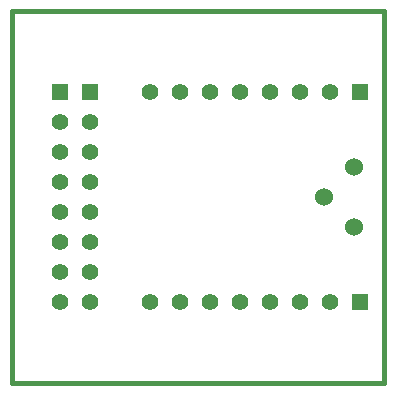
<source format=gbs>
G04 (created by PCBNEW-RS274X (2011-07-08)-stable) date Wed 05 Oct 2011 12:27:17 PM CEST*
G01*
G70*
G90*
%MOIN*%
G04 Gerber Fmt 3.4, Leading zero omitted, Abs format*
%FSLAX34Y34*%
G04 APERTURE LIST*
%ADD10C,0.006000*%
%ADD11C,0.015000*%
%ADD12C,0.060000*%
%ADD13R,0.055000X0.055000*%
%ADD14C,0.055000*%
G04 APERTURE END LIST*
G54D10*
G54D11*
X54100Y-17400D02*
X41700Y-17400D01*
X54100Y-29800D02*
X54100Y-17400D01*
X41700Y-29800D02*
X54100Y-29800D01*
X41700Y-17400D02*
X41700Y-29800D01*
G54D12*
X53100Y-24600D03*
X52100Y-23600D03*
X53100Y-22600D03*
G54D13*
X44300Y-20100D03*
G54D14*
X44300Y-21100D03*
X44300Y-22100D03*
X44300Y-23100D03*
X44300Y-24100D03*
X44300Y-25100D03*
X44300Y-26100D03*
X44300Y-27100D03*
G54D13*
X43300Y-20100D03*
G54D14*
X43300Y-21100D03*
X43300Y-22100D03*
X43300Y-23100D03*
X43300Y-24100D03*
X43300Y-25100D03*
X43300Y-26100D03*
X43300Y-27100D03*
G54D13*
X53300Y-20100D03*
G54D14*
X52300Y-20100D03*
X51300Y-20100D03*
X50300Y-20100D03*
X49300Y-20100D03*
X48300Y-20100D03*
X47300Y-20100D03*
X46300Y-20100D03*
G54D13*
X53300Y-27100D03*
G54D14*
X52300Y-27100D03*
X51300Y-27100D03*
X50300Y-27100D03*
X49300Y-27100D03*
X48300Y-27100D03*
X47300Y-27100D03*
X46300Y-27100D03*
M02*

</source>
